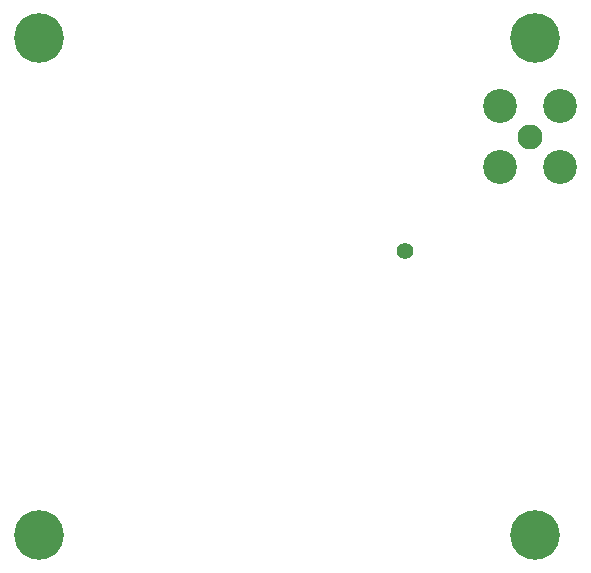
<source format=gts>
G75*
%MOIN*%
%OFA0B0*%
%FSLAX25Y25*%
%IPPOS*%
%LPD*%
%AMOC8*
5,1,8,0,0,1.08239X$1,22.5*
%
%ADD10C,0.16548*%
%ADD11C,0.08300*%
%ADD12C,0.11300*%
%ADD13C,0.05556*%
D10*
X0016748Y0016748D03*
X0182102Y0016748D03*
X0182102Y0182102D03*
X0016748Y0182102D03*
D11*
X0180331Y0149386D03*
D12*
X0190370Y0159425D03*
X0170292Y0159425D03*
X0170292Y0139347D03*
X0190370Y0139347D03*
D13*
X0138795Y0111236D03*
M02*

</source>
